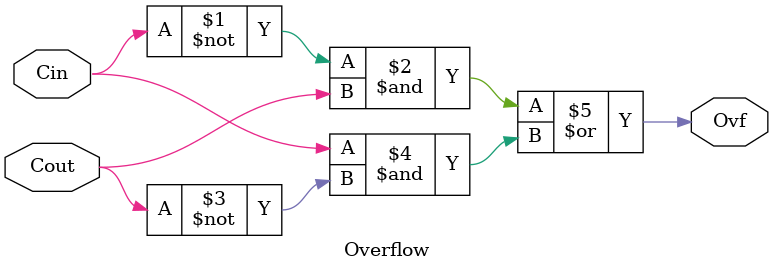
<source format=v>
`timescale 1ns / 1ps
module Overflow(Cin,Cout,Ovf);
	input Cin,Cout;
	output Ovf;
	
	assign Ovf = (~Cin & Cout) | (Cin & ~Cout);


endmodule
</source>
